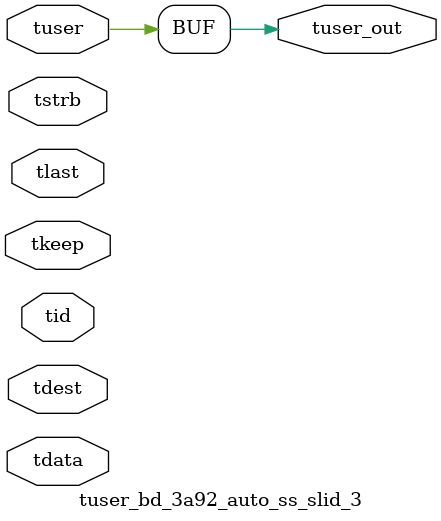
<source format=v>


`timescale 1ps/1ps

module tuser_bd_3a92_auto_ss_slid_3 #
(
parameter C_S_AXIS_TUSER_WIDTH = 1,
parameter C_S_AXIS_TDATA_WIDTH = 32,
parameter C_S_AXIS_TID_WIDTH   = 0,
parameter C_S_AXIS_TDEST_WIDTH = 0,
parameter C_M_AXIS_TUSER_WIDTH = 1
)
(
input  [(C_S_AXIS_TUSER_WIDTH == 0 ? 1 : C_S_AXIS_TUSER_WIDTH)-1:0     ] tuser,
input  [(C_S_AXIS_TDATA_WIDTH == 0 ? 1 : C_S_AXIS_TDATA_WIDTH)-1:0     ] tdata,
input  [(C_S_AXIS_TID_WIDTH   == 0 ? 1 : C_S_AXIS_TID_WIDTH)-1:0       ] tid,
input  [(C_S_AXIS_TDEST_WIDTH == 0 ? 1 : C_S_AXIS_TDEST_WIDTH)-1:0     ] tdest,
input  [(C_S_AXIS_TDATA_WIDTH/8)-1:0 ] tkeep,
input  [(C_S_AXIS_TDATA_WIDTH/8)-1:0 ] tstrb,
input                                                                    tlast,
output [C_M_AXIS_TUSER_WIDTH-1:0] tuser_out
);

assign tuser_out = {tuser[0:0]};

endmodule


</source>
